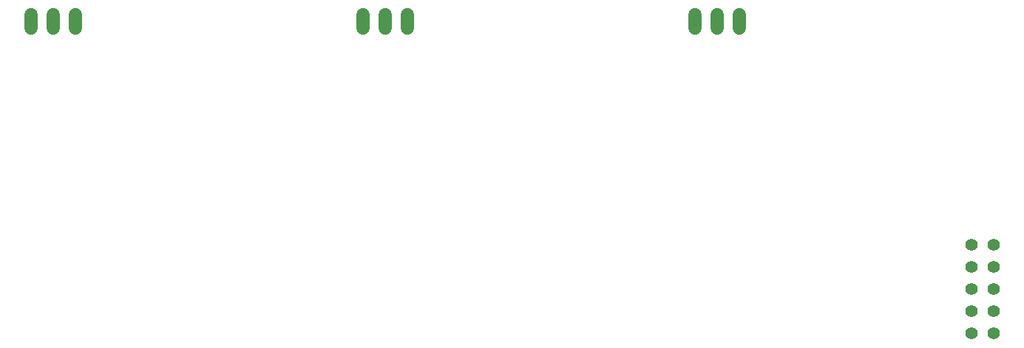
<source format=gbl>
G75*
%MOIN*%
%OFA0B0*%
%FSLAX25Y25*%
%IPPOS*%
%LPD*%
%AMOC8*
5,1,8,0,0,1.08239X$1,22.5*
%
%ADD10C,0.06000*%
%ADD11C,0.05512*%
D10*
X0053300Y0246300D02*
X0053300Y0252300D01*
X0063300Y0252300D02*
X0063300Y0246300D01*
X0073300Y0246300D02*
X0073300Y0252300D01*
X0202863Y0252300D02*
X0202863Y0246300D01*
X0212863Y0246300D02*
X0212863Y0252300D01*
X0222863Y0252300D02*
X0222863Y0246300D01*
X0352489Y0246300D02*
X0352489Y0252300D01*
X0362489Y0252300D02*
X0362489Y0246300D01*
X0372489Y0246300D02*
X0372489Y0252300D01*
D11*
X0477300Y0148300D03*
X0487300Y0148300D03*
X0487300Y0138300D03*
X0477300Y0138300D03*
X0477300Y0128300D03*
X0487300Y0128300D03*
X0487300Y0118300D03*
X0477300Y0118300D03*
X0477300Y0108300D03*
X0487300Y0108300D03*
M02*

</source>
